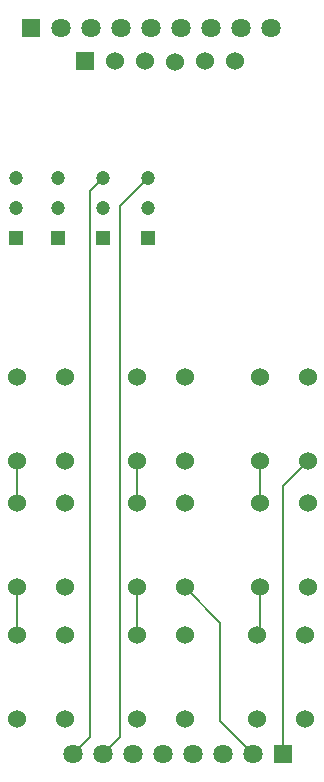
<source format=gtl>
G04 ---------------------------- Layer name :TOP LAYER*
G04 EasyEDA v5.8.20, Mon, 19 Nov 2018 02:26:46 GMT*
G04 9078f91518dc4e9cb65967eac6ea11d3*
G04 Gerber Generator version 0.2*
G04 Scale: 100 percent, Rotated: No, Reflected: No *
G04 Dimensions in inches *
G04 leading zeros omitted , absolute positions ,2 integer and 4 decimal *
%FSLAX24Y24*%
%MOIN*%
G90*
G70D02*

%ADD11C,0.008000*%
%ADD12R,0.064300X0.064300*%
%ADD13C,0.064300*%
%ADD14R,0.047200X0.047200*%
%ADD15C,0.047200*%
%ADD16C,0.060000*%
%ADD17R,0.060000X0.060000*%

%LPD*%
G54D11*
G01X9000Y1450D02*
G01X7923Y2526D01*
G01X7923Y5811D01*
G01X6734Y7001D01*
G01X5500Y20650D02*
G01X4568Y19717D01*
G01X4568Y2017D01*
G01X4000Y1450D01*
G01X4000Y20650D02*
G01X3568Y20217D01*
G01X3568Y2017D01*
G01X3000Y1450D01*
G01X1134Y9801D02*
G01X1134Y11201D01*
G01X9234Y9801D02*
G01X9234Y11201D01*
G01X1134Y5401D02*
G01X1134Y7001D01*
G01X9134Y5401D02*
G01X9234Y5501D01*
G01X9234Y7001D01*
G01X5134Y9801D02*
G01X5134Y11201D01*
G01X5134Y5401D02*
G01X5134Y7001D01*
G01X10834Y11201D02*
G01X10001Y10367D01*
G01X10001Y1448D01*
G54D12*
G01X10000Y1450D03*
G54D13*
G01X9000Y1450D03*
G01X8000Y1450D03*
G01X7000Y1450D03*
G01X6000Y1450D03*
G01X5000Y1450D03*
G01X4000Y1450D03*
G01X3000Y1450D03*
G54D14*
G01X1100Y18650D03*
G54D15*
G01X1100Y19650D03*
G01X1100Y20650D03*
G54D14*
G01X2500Y18650D03*
G54D15*
G01X2500Y19650D03*
G01X2500Y20650D03*
G54D14*
G01X4000Y18650D03*
G54D15*
G01X4000Y19650D03*
G01X4000Y20650D03*
G54D14*
G01X5500Y18650D03*
G54D15*
G01X5500Y19650D03*
G01X5500Y20650D03*
G54D16*
G01X1134Y11201D03*
G01X1134Y14001D03*
G01X2734Y11201D03*
G01X2734Y14001D03*
G01X9234Y11201D03*
G01X9234Y14001D03*
G01X10834Y11201D03*
G01X10834Y14001D03*
G01X1134Y7001D03*
G01X1134Y9801D03*
G01X2734Y7001D03*
G01X2734Y9801D03*
G01X9234Y7001D03*
G01X9234Y9801D03*
G01X10834Y7001D03*
G01X10834Y9801D03*
G01X1134Y2601D03*
G01X1134Y5401D03*
G01X2734Y2601D03*
G01X2734Y5401D03*
G01X9134Y2601D03*
G01X9134Y5401D03*
G01X10734Y2601D03*
G01X10734Y5401D03*
G01X5134Y11201D03*
G01X5134Y14001D03*
G01X6734Y11201D03*
G01X6734Y14001D03*
G01X5134Y7001D03*
G01X5134Y9801D03*
G01X6734Y7001D03*
G01X6734Y9801D03*
G01X5134Y2601D03*
G01X5134Y5401D03*
G01X6734Y2601D03*
G01X6734Y5401D03*
G54D12*
G01X1600Y25650D03*
G54D13*
G01X2600Y25650D03*
G01X3600Y25650D03*
G01X4600Y25650D03*
G01X5600Y25650D03*
G01X6600Y25650D03*
G01X7600Y25650D03*
G01X8600Y25650D03*
G01X9600Y25650D03*
G54D16*
G01X5400Y24528D03*
G01X7400Y24528D03*
G54D17*
G01X3393Y24536D03*
G54D16*
G01X4393Y24536D03*
G01X6397Y24513D03*
G01X8406Y24532D03*
M00*
M02*

</source>
